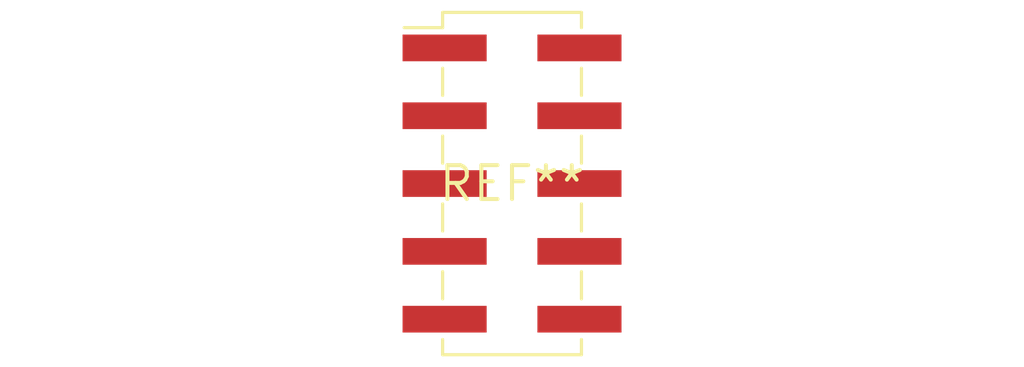
<source format=kicad_pcb>
(kicad_pcb (version 20240108) (generator pcbnew)
  (layers (0 "F.Cu" signal) (31 "B.Cu" signal) (34 "B.Paste" user) (35 "F.Paste" user) (36 "B.SilkS" user "B.Silkscreen") (37 "F.SilkS" user "F.Silkscreen") (38 "B.Mask" user) (39 "F.Mask" user) (44 "Edge.Cuts" user))
  (net 0 "")
  (footprint "PinHeader_2x05_P2.54mm_Vertical_SMD" (layer "F.Cu") (at 0 0)
    (property "Reference" "REF**")
    (property "Value" "PinHeader_2x05_P2.54mm_Vertical_SMD")
    (fp_line (start -4.04 -5.84) (end -2.6 -5.84) (layer "F.SilkS") (stroke (width 0.12)))
    (fp_line (start -2.6 -6.41) (end -2.6 -5.84) (layer "F.SilkS") (stroke (width 0.12)))
    (fp_line (start -2.6 -6.41) (end 2.6 -6.41) (layer "F.SilkS") (stroke (width 0.12)))
    (fp_line (start -2.6 -4.32) (end -2.6 -3.3) (layer "F.SilkS") (stroke (width 0.12)))
    (fp_line (start -2.6 -1.78) (end -2.6 -0.76) (layer "F.SilkS") (stroke (width 0.12)))
    (fp_line (start -2.6 0.76) (end -2.6 1.78) (layer "F.SilkS") (stroke (width 0.12)))
    (fp_line (start -2.6 3.3) (end -2.6 4.32) (layer "F.SilkS") (stroke (width 0.12)))
    (fp_line (start -2.6 5.84) (end -2.6 6.41) (layer "F.SilkS") (stroke (width 0.12)))
    (fp_line (start -2.6 6.41) (end 2.6 6.41) (layer "F.SilkS") (stroke (width 0.12)))
    (fp_line (start 2.6 -6.41) (end 2.6 -5.84) (layer "F.SilkS") (stroke (width 0.12)))
    (fp_line (start 2.6 -4.32) (end 2.6 -3.3) (layer "F.SilkS") (stroke (width 0.12)))
    (fp_line (start 2.6 -1.78) (end 2.6 -0.76) (layer "F.SilkS") (stroke (width 0.12)))
    (fp_line (start 2.6 0.76) (end 2.6 1.78) (layer "F.SilkS") (stroke (width 0.12)))
    (fp_line (start 2.6 3.3) (end 2.6 4.32) (layer "F.SilkS") (stroke (width 0.12)))
    (fp_line (start 2.6 5.84) (end 2.6 6.41) (layer "F.SilkS") (stroke (width 0.12)))
    (pad "1" smd rect (at -2.525 -5.08) (size 3.15 1) (layers "F.Cu" "F.Paste" "F.Mask"))
    (pad "2" smd rect (at 2.525 -5.08) (size 3.15 1) (layers "F.Cu" "F.Paste" "F.Mask"))
    (pad "3" smd rect (at -2.525 -2.54) (size 3.15 1) (layers "F.Cu" "F.Paste" "F.Mask"))
    (pad "4" smd rect (at 2.525 -2.54) (size 3.15 1) (layers "F.Cu" "F.Paste" "F.Mask"))
    (pad "5" smd rect (at -2.525 0) (size 3.15 1) (layers "F.Cu" "F.Paste" "F.Mask"))
    (pad "6" smd rect (at 2.525 0) (size 3.15 1) (layers "F.Cu" "F.Paste" "F.Mask"))
    (pad "7" smd rect (at -2.525 2.54) (size 3.15 1) (layers "F.Cu" "F.Paste" "F.Mask"))
    (pad "8" smd rect (at 2.525 2.54) (size 3.15 1) (layers "F.Cu" "F.Paste" "F.Mask"))
    (pad "9" smd rect (at -2.525 5.08) (size 3.15 1) (layers "F.Cu" "F.Paste" "F.Mask"))
    (pad "10" smd rect (at 2.525 5.08) (size 3.15 1) (layers "F.Cu" "F.Paste" "F.Mask"))
  )
)
</source>
